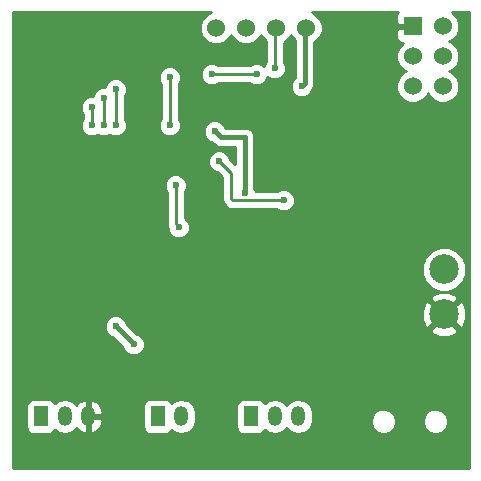
<source format=gbl>
G04 #@! TF.FileFunction,Copper,L2,Bot,Signal*
%FSLAX46Y46*%
G04 Gerber Fmt 4.6, Leading zero omitted, Abs format (unit mm)*
G04 Created by KiCad (PCBNEW 0.201503230816+5530~22~ubuntu14.04.1-product) date Mi 02 Sep 2015 16:53:48 CEST*
%MOMM*%
G01*
G04 APERTURE LIST*
%ADD10C,0.150000*%
%ADD11R,1.524000X1.524000*%
%ADD12C,1.524000*%
%ADD13R,1.198880X1.699260*%
%ADD14O,1.198880X1.699260*%
%ADD15C,2.499360*%
%ADD16C,0.600000*%
%ADD17C,0.400000*%
%ADD18C,0.250000*%
%ADD19C,0.254000*%
G04 APERTURE END LIST*
D10*
D11*
X34544000Y38100000D03*
D12*
X37084000Y38100000D03*
X34544000Y35560000D03*
X37084000Y35560000D03*
X34544000Y33020000D03*
X37084000Y33020000D03*
D13*
X3081020Y5080000D03*
D14*
X5080000Y5080000D03*
X7078980Y5080000D03*
D13*
X20861020Y5080000D03*
D14*
X22860000Y5080000D03*
X24858980Y5080000D03*
D13*
X12969240Y5080000D03*
D14*
X14970760Y5080000D03*
D15*
X37211000Y17526000D03*
X37211000Y13716000D03*
D12*
X25527000Y37973000D03*
X22987000Y37973000D03*
X20447000Y37973000D03*
X17907000Y37973000D03*
D16*
X14986000Y25908000D03*
X5842000Y16002000D03*
X12192000Y18034000D03*
X29718000Y9144000D03*
X17018000Y20066000D03*
X36322000Y26797000D03*
X30988000Y12573000D03*
X25019000Y19558000D03*
X3683000Y13970000D03*
X22225000Y10922000D03*
X10922000Y11176000D03*
X9398000Y12700000D03*
X25146000Y33020000D03*
X20320000Y24003000D03*
X17780000Y29210000D03*
X22860000Y34544000D03*
X21336000Y34036000D03*
X9398000Y32766000D03*
X17526000Y34036000D03*
X9398000Y29718000D03*
X8382000Y32004000D03*
X8382000Y29718000D03*
X7366000Y29718000D03*
X7366000Y31242000D03*
X18161000Y26670000D03*
X23622000Y23368000D03*
X14732000Y21082000D03*
X14478000Y24638000D03*
X13970000Y33782000D03*
X13970000Y29718000D03*
D17*
X10922000Y11176000D02*
X9398000Y12700000D01*
X25146000Y33020000D02*
X25400000Y33274000D01*
X25400000Y33274000D02*
X25400000Y38100000D01*
X20320000Y28702000D02*
X20320000Y24003000D01*
X18288000Y28702000D02*
X20320000Y28702000D01*
X17780000Y29210000D02*
X18288000Y28702000D01*
D18*
X22860000Y34544000D02*
X22860000Y38100000D01*
X17526000Y34036000D02*
X21336000Y34036000D01*
X9398000Y32512000D02*
X9398000Y29718000D01*
X8382000Y29718000D02*
X8382000Y32004000D01*
X7366000Y31242000D02*
X7366000Y29718000D01*
X18161000Y26670000D02*
X19177000Y25654000D01*
X19177000Y25654000D02*
X19177000Y23495000D01*
X19177000Y23495000D02*
X19304000Y23368000D01*
X19304000Y23368000D02*
X23622000Y23368000D01*
X24858980Y5080000D02*
X24858980Y5621020D01*
X14732000Y21082000D02*
X14478000Y21336000D01*
X14478000Y21336000D02*
X14478000Y24638000D01*
X13970000Y33528000D02*
X13970000Y33782000D01*
X13970000Y29718000D02*
X13970000Y33528000D01*
D19*
G36*
X39290000Y710000D02*
X39105071Y710000D01*
X39105071Y13391883D01*
X39096006Y13729183D01*
X39096006Y17899241D01*
X38809686Y18592191D01*
X38279979Y19122822D01*
X37587531Y19410352D01*
X36837759Y19411006D01*
X36144809Y19124686D01*
X35614178Y18594979D01*
X35326648Y17902531D01*
X35325994Y17152759D01*
X35612314Y16459809D01*
X36142021Y15929178D01*
X36834469Y15641648D01*
X37584241Y15640994D01*
X38277191Y15927314D01*
X38807822Y16457021D01*
X39095352Y17149469D01*
X39096006Y17899241D01*
X39096006Y13729183D01*
X39084928Y14141384D01*
X38836859Y14740275D01*
X38544089Y14869483D01*
X38364483Y14689878D01*
X38364483Y15049089D01*
X38235275Y15341859D01*
X37535117Y15610071D01*
X36785616Y15589928D01*
X36186725Y15341859D01*
X36057517Y15049089D01*
X37211000Y13895605D01*
X38364483Y15049089D01*
X38364483Y14689878D01*
X37390605Y13716000D01*
X38544089Y12562517D01*
X38836859Y12691725D01*
X39105071Y13391883D01*
X39105071Y710000D01*
X38364483Y710000D01*
X38364483Y12382911D01*
X37211000Y13536395D01*
X37031395Y13356790D01*
X37031395Y13716000D01*
X35877911Y14869483D01*
X35585141Y14740275D01*
X35316929Y14040117D01*
X35337072Y13290616D01*
X35585141Y12691725D01*
X35877911Y12562517D01*
X37031395Y13716000D01*
X37031395Y13356790D01*
X36057517Y12382911D01*
X36186725Y12090141D01*
X36886883Y11821929D01*
X37636384Y11842072D01*
X38235275Y12090141D01*
X38364483Y12382911D01*
X38364483Y710000D01*
X37574408Y710000D01*
X37574408Y4875690D01*
X37409638Y5274463D01*
X37104807Y5579826D01*
X36706323Y5745291D01*
X36274850Y5745668D01*
X35876077Y5580898D01*
X35570714Y5276067D01*
X35405249Y4877583D01*
X35404872Y4446110D01*
X35569642Y4047337D01*
X35874473Y3741974D01*
X36272957Y3576509D01*
X36704430Y3576132D01*
X37103203Y3740902D01*
X37408566Y4045733D01*
X37574031Y4444217D01*
X37574408Y4875690D01*
X37574408Y710000D01*
X33175128Y710000D01*
X33175128Y4875690D01*
X33010358Y5274463D01*
X32705527Y5579826D01*
X32307043Y5745291D01*
X31875570Y5745668D01*
X31476797Y5580898D01*
X31171434Y5276067D01*
X31005969Y4877583D01*
X31005592Y4446110D01*
X31170362Y4047337D01*
X31475193Y3741974D01*
X31873677Y3576509D01*
X32305150Y3576132D01*
X32703923Y3740902D01*
X33009286Y4045733D01*
X33174751Y4444217D01*
X33175128Y4875690D01*
X33175128Y710000D01*
X26093420Y710000D01*
X26093420Y4800724D01*
X26093420Y5359276D01*
X25999454Y5831676D01*
X25731861Y6232157D01*
X25331380Y6499750D01*
X24858980Y6593716D01*
X24557162Y6533681D01*
X24557162Y23553167D01*
X24415117Y23896943D01*
X24152327Y24160192D01*
X23808799Y24302838D01*
X23436833Y24303162D01*
X23093057Y24161117D01*
X23059882Y24128000D01*
X21255109Y24128000D01*
X21255162Y24188167D01*
X21155000Y24430579D01*
X21155000Y28702000D01*
X21091439Y29021541D01*
X20910434Y29292434D01*
X20639541Y29473439D01*
X20320000Y29537000D01*
X18656557Y29537000D01*
X18573117Y29738943D01*
X18310327Y30002192D01*
X17966799Y30144838D01*
X17594833Y30145162D01*
X17251057Y30003117D01*
X16987808Y29740327D01*
X16845162Y29396799D01*
X16844838Y29024833D01*
X16986883Y28681057D01*
X17249673Y28417808D01*
X17491909Y28317223D01*
X17697565Y28111566D01*
X17697566Y28111566D01*
X17833012Y28021064D01*
X17968459Y27930561D01*
X17968460Y27930561D01*
X18288000Y27867000D01*
X19485000Y27867000D01*
X19485000Y26420802D01*
X19096122Y26809680D01*
X19096162Y26855167D01*
X18954117Y27198943D01*
X18691327Y27462192D01*
X18347799Y27604838D01*
X17975833Y27605162D01*
X17632057Y27463117D01*
X17368808Y27200327D01*
X17226162Y26856799D01*
X17225838Y26484833D01*
X17367883Y26141057D01*
X17630673Y25877808D01*
X17974201Y25735162D01*
X18021076Y25735122D01*
X18417000Y25339198D01*
X18417000Y23495000D01*
X18474852Y23204161D01*
X18639599Y22957599D01*
X18766599Y22830599D01*
X19013161Y22665852D01*
X19304000Y22608000D01*
X23059537Y22608000D01*
X23091673Y22575808D01*
X23435201Y22433162D01*
X23807167Y22432838D01*
X24150943Y22574883D01*
X24414192Y22837673D01*
X24556838Y23181201D01*
X24557162Y23553167D01*
X24557162Y6533681D01*
X24386580Y6499750D01*
X23986099Y6232157D01*
X23859490Y6042674D01*
X23732881Y6232157D01*
X23332400Y6499750D01*
X22860000Y6593716D01*
X22387600Y6499750D01*
X22010834Y6248004D01*
X21921133Y6384557D01*
X21710100Y6527007D01*
X21460460Y6577070D01*
X20261580Y6577070D01*
X20019457Y6530093D01*
X19806653Y6390303D01*
X19664203Y6179270D01*
X19614140Y5929630D01*
X19614140Y4230370D01*
X19661117Y3988247D01*
X19800907Y3775443D01*
X20011940Y3632993D01*
X20261580Y3582930D01*
X21460460Y3582930D01*
X21702583Y3629907D01*
X21915387Y3769697D01*
X22011252Y3911718D01*
X22387600Y3660250D01*
X22860000Y3566284D01*
X23332400Y3660250D01*
X23732881Y3927843D01*
X23859490Y4117327D01*
X23986099Y3927843D01*
X24386580Y3660250D01*
X24858980Y3566284D01*
X25331380Y3660250D01*
X25731861Y3927843D01*
X25999454Y4328324D01*
X26093420Y4800724D01*
X26093420Y710000D01*
X16205200Y710000D01*
X16205200Y4800724D01*
X16205200Y5359276D01*
X16111234Y5831676D01*
X15843641Y6232157D01*
X15667162Y6350077D01*
X15667162Y21267167D01*
X15525117Y21610943D01*
X15262327Y21874192D01*
X15238000Y21884294D01*
X15238000Y24075538D01*
X15270192Y24107673D01*
X15412838Y24451201D01*
X15413162Y24823167D01*
X15271117Y25166943D01*
X15008327Y25430192D01*
X14905162Y25473031D01*
X14905162Y29903167D01*
X14763117Y30246943D01*
X14730000Y30280118D01*
X14730000Y33219538D01*
X14762192Y33251673D01*
X14904838Y33595201D01*
X14905162Y33967167D01*
X14763117Y34310943D01*
X14500327Y34574192D01*
X14156799Y34716838D01*
X13784833Y34717162D01*
X13441057Y34575117D01*
X13177808Y34312327D01*
X13035162Y33968799D01*
X13034838Y33596833D01*
X13176883Y33253057D01*
X13210000Y33219883D01*
X13210000Y30280463D01*
X13177808Y30248327D01*
X13035162Y29904799D01*
X13034838Y29532833D01*
X13176883Y29189057D01*
X13439673Y28925808D01*
X13783201Y28783162D01*
X14155167Y28782838D01*
X14498943Y28924883D01*
X14762192Y29187673D01*
X14904838Y29531201D01*
X14905162Y29903167D01*
X14905162Y25473031D01*
X14664799Y25572838D01*
X14292833Y25573162D01*
X13949057Y25431117D01*
X13685808Y25168327D01*
X13543162Y24824799D01*
X13542838Y24452833D01*
X13684883Y24109057D01*
X13718000Y24075883D01*
X13718000Y21336000D01*
X13775852Y21045161D01*
X13796939Y21013601D01*
X13796838Y20896833D01*
X13938883Y20553057D01*
X14201673Y20289808D01*
X14545201Y20147162D01*
X14917167Y20146838D01*
X15260943Y20288883D01*
X15524192Y20551673D01*
X15666838Y20895201D01*
X15667162Y21267167D01*
X15667162Y6350077D01*
X15443160Y6499750D01*
X14970760Y6593716D01*
X14498360Y6499750D01*
X14119829Y6246824D01*
X14029353Y6384557D01*
X13818320Y6527007D01*
X13568680Y6577070D01*
X12369800Y6577070D01*
X12127677Y6530093D01*
X11914873Y6390303D01*
X11857162Y6304807D01*
X11857162Y11361167D01*
X11715117Y11704943D01*
X11452327Y11968192D01*
X11210089Y12068779D01*
X10333162Y12945706D01*
X10333162Y29903167D01*
X10191117Y30246943D01*
X10158000Y30280118D01*
X10158000Y32203538D01*
X10190192Y32235673D01*
X10332838Y32579201D01*
X10333162Y32951167D01*
X10191117Y33294943D01*
X9928327Y33558192D01*
X9584799Y33700838D01*
X9212833Y33701162D01*
X8869057Y33559117D01*
X8605808Y33296327D01*
X8463162Y32952799D01*
X8463149Y32938931D01*
X8196833Y32939162D01*
X7853057Y32797117D01*
X7589808Y32534327D01*
X7447162Y32190799D01*
X7447149Y32176931D01*
X7180833Y32177162D01*
X6837057Y32035117D01*
X6573808Y31772327D01*
X6431162Y31428799D01*
X6430838Y31056833D01*
X6572883Y30713057D01*
X6606000Y30679883D01*
X6606000Y30280463D01*
X6573808Y30248327D01*
X6431162Y29904799D01*
X6430838Y29532833D01*
X6572883Y29189057D01*
X6835673Y28925808D01*
X7179201Y28783162D01*
X7551167Y28782838D01*
X7874371Y28916383D01*
X8195201Y28783162D01*
X8567167Y28782838D01*
X8890371Y28916383D01*
X9211201Y28783162D01*
X9583167Y28782838D01*
X9926943Y28924883D01*
X10190192Y29187673D01*
X10332838Y29531201D01*
X10333162Y29903167D01*
X10333162Y12945706D01*
X10290534Y12988334D01*
X10191117Y13228943D01*
X9928327Y13492192D01*
X9584799Y13634838D01*
X9212833Y13635162D01*
X8869057Y13493117D01*
X8605808Y13230327D01*
X8463162Y12886799D01*
X8462838Y12514833D01*
X8604883Y12171057D01*
X8867673Y11907808D01*
X9109910Y11807222D01*
X10029465Y10887667D01*
X10128883Y10647057D01*
X10391673Y10383808D01*
X10735201Y10241162D01*
X11107167Y10240838D01*
X11450943Y10382883D01*
X11714192Y10645673D01*
X11856838Y10989201D01*
X11857162Y11361167D01*
X11857162Y6304807D01*
X11772423Y6179270D01*
X11722360Y5929630D01*
X11722360Y4230370D01*
X11769337Y3988247D01*
X11909127Y3775443D01*
X12120160Y3632993D01*
X12369800Y3582930D01*
X13568680Y3582930D01*
X13810803Y3629907D01*
X14023607Y3769697D01*
X14120262Y3912888D01*
X14498360Y3660250D01*
X14970760Y3566284D01*
X15443160Y3660250D01*
X15843641Y3927843D01*
X16111234Y4328324D01*
X16205200Y4800724D01*
X16205200Y710000D01*
X8323725Y710000D01*
X8323725Y4757387D01*
X8323725Y5402613D01*
X8201259Y5873443D01*
X7907937Y6261568D01*
X7488413Y6507899D01*
X7396501Y6523095D01*
X7205980Y6398357D01*
X7205980Y5207000D01*
X8160980Y5207000D01*
X8323725Y5402613D01*
X8323725Y4757387D01*
X8160980Y4953000D01*
X7205980Y4953000D01*
X7205980Y3761643D01*
X7396501Y3636905D01*
X7488413Y3652101D01*
X7907937Y3898432D01*
X8201259Y4286557D01*
X8323725Y4757387D01*
X8323725Y710000D01*
X6951980Y710000D01*
X6951980Y3761643D01*
X6951980Y4953000D01*
X6931980Y4953000D01*
X6931980Y5207000D01*
X6951980Y5207000D01*
X6951980Y6398357D01*
X6761459Y6523095D01*
X6669547Y6507899D01*
X6250023Y6261568D01*
X6081885Y6039088D01*
X5952881Y6232157D01*
X5552400Y6499750D01*
X5080000Y6593716D01*
X4607600Y6499750D01*
X4230834Y6248004D01*
X4141133Y6384557D01*
X3930100Y6527007D01*
X3680460Y6577070D01*
X2481580Y6577070D01*
X2239457Y6530093D01*
X2026653Y6390303D01*
X1884203Y6179270D01*
X1834140Y5929630D01*
X1834140Y4230370D01*
X1881117Y3988247D01*
X2020907Y3775443D01*
X2231940Y3632993D01*
X2481580Y3582930D01*
X3680460Y3582930D01*
X3922583Y3629907D01*
X4135387Y3769697D01*
X4231252Y3911718D01*
X4607600Y3660250D01*
X5080000Y3566284D01*
X5552400Y3660250D01*
X5952881Y3927843D01*
X6081885Y4120913D01*
X6250023Y3898432D01*
X6669547Y3652101D01*
X6761459Y3636905D01*
X6951980Y3761643D01*
X6951980Y710000D01*
X710000Y710000D01*
X710000Y39290000D01*
X17436138Y39290000D01*
X17116697Y39158010D01*
X16723371Y38765370D01*
X16510243Y38252100D01*
X16509758Y37696339D01*
X16721990Y37182697D01*
X17114630Y36789371D01*
X17627900Y36576243D01*
X18183661Y36575758D01*
X18697303Y36787990D01*
X19090629Y37180630D01*
X19176949Y37388513D01*
X19261990Y37182697D01*
X19654630Y36789371D01*
X20167900Y36576243D01*
X20723661Y36575758D01*
X21237303Y36787990D01*
X21630629Y37180630D01*
X21716949Y37388513D01*
X21801990Y37182697D01*
X22100000Y36884167D01*
X22100000Y35106463D01*
X22067808Y35074327D01*
X21936439Y34757958D01*
X21866327Y34828192D01*
X21522799Y34970838D01*
X21150833Y34971162D01*
X20807057Y34829117D01*
X20773882Y34796000D01*
X18088462Y34796000D01*
X18056327Y34828192D01*
X17712799Y34970838D01*
X17340833Y34971162D01*
X16997057Y34829117D01*
X16733808Y34566327D01*
X16591162Y34222799D01*
X16590838Y33850833D01*
X16732883Y33507057D01*
X16995673Y33243808D01*
X17339201Y33101162D01*
X17711167Y33100838D01*
X18054943Y33242883D01*
X18088117Y33276000D01*
X20773537Y33276000D01*
X20805673Y33243808D01*
X21149201Y33101162D01*
X21521167Y33100838D01*
X21864943Y33242883D01*
X22128192Y33505673D01*
X22259560Y33822043D01*
X22329673Y33751808D01*
X22673201Y33609162D01*
X23045167Y33608838D01*
X23388943Y33750883D01*
X23652192Y34013673D01*
X23794838Y34357201D01*
X23795162Y34729167D01*
X23653117Y35072943D01*
X23620000Y35106118D01*
X23620000Y36722994D01*
X23777303Y36787990D01*
X24170629Y37180630D01*
X24256949Y37388513D01*
X24341990Y37182697D01*
X24565000Y36959298D01*
X24565000Y33761151D01*
X24353808Y33550327D01*
X24211162Y33206799D01*
X24210838Y32834833D01*
X24352883Y32491057D01*
X24615673Y32227808D01*
X24959201Y32085162D01*
X25331167Y32084838D01*
X25674943Y32226883D01*
X25938192Y32489673D01*
X26065112Y32795331D01*
X26065113Y32795332D01*
X26171439Y32954459D01*
X26171439Y32954460D01*
X26235000Y33274000D01*
X26235000Y36753984D01*
X26317303Y36787990D01*
X26710629Y37180630D01*
X26923757Y37693900D01*
X26924242Y38249661D01*
X26712010Y38763303D01*
X26319370Y39156629D01*
X25998176Y39290000D01*
X33311974Y39290000D01*
X33243673Y39221698D01*
X33147000Y38988309D01*
X33147000Y38385750D01*
X33305750Y38227000D01*
X34417000Y38227000D01*
X34417000Y38247000D01*
X34671000Y38247000D01*
X34671000Y38227000D01*
X34691000Y38227000D01*
X34691000Y37973000D01*
X34671000Y37973000D01*
X34671000Y37953000D01*
X34417000Y37953000D01*
X34417000Y37973000D01*
X33305750Y37973000D01*
X33147000Y37814250D01*
X33147000Y37211691D01*
X33243673Y36978302D01*
X33422301Y36799673D01*
X33655690Y36703000D01*
X33711613Y36703000D01*
X33360371Y36352370D01*
X33147243Y35839100D01*
X33146758Y35283339D01*
X33358990Y34769697D01*
X33751630Y34376371D01*
X33959512Y34290051D01*
X33753697Y34205010D01*
X33360371Y33812370D01*
X33147243Y33299100D01*
X33146758Y32743339D01*
X33358990Y32229697D01*
X33751630Y31836371D01*
X34264900Y31623243D01*
X34820661Y31622758D01*
X35334303Y31834990D01*
X35727629Y32227630D01*
X35813949Y32435513D01*
X35898990Y32229697D01*
X36291630Y31836371D01*
X36804900Y31623243D01*
X37360661Y31622758D01*
X37874303Y31834990D01*
X38267629Y32227630D01*
X38480757Y32740900D01*
X38481242Y33296661D01*
X38269010Y33810303D01*
X37876370Y34203629D01*
X37668487Y34289950D01*
X37874303Y34374990D01*
X38267629Y34767630D01*
X38480757Y35280900D01*
X38481242Y35836661D01*
X38269010Y36350303D01*
X37876370Y36743629D01*
X37668487Y36829950D01*
X37874303Y36914990D01*
X38267629Y37307630D01*
X38480757Y37820900D01*
X38481242Y38376661D01*
X38269010Y38890303D01*
X37876370Y39283629D01*
X37861026Y39290000D01*
X39290000Y39290000D01*
X39290000Y710000D01*
X39290000Y710000D01*
G37*
X39290000Y710000D02*
X39105071Y710000D01*
X39105071Y13391883D01*
X39096006Y13729183D01*
X39096006Y17899241D01*
X38809686Y18592191D01*
X38279979Y19122822D01*
X37587531Y19410352D01*
X36837759Y19411006D01*
X36144809Y19124686D01*
X35614178Y18594979D01*
X35326648Y17902531D01*
X35325994Y17152759D01*
X35612314Y16459809D01*
X36142021Y15929178D01*
X36834469Y15641648D01*
X37584241Y15640994D01*
X38277191Y15927314D01*
X38807822Y16457021D01*
X39095352Y17149469D01*
X39096006Y17899241D01*
X39096006Y13729183D01*
X39084928Y14141384D01*
X38836859Y14740275D01*
X38544089Y14869483D01*
X38364483Y14689878D01*
X38364483Y15049089D01*
X38235275Y15341859D01*
X37535117Y15610071D01*
X36785616Y15589928D01*
X36186725Y15341859D01*
X36057517Y15049089D01*
X37211000Y13895605D01*
X38364483Y15049089D01*
X38364483Y14689878D01*
X37390605Y13716000D01*
X38544089Y12562517D01*
X38836859Y12691725D01*
X39105071Y13391883D01*
X39105071Y710000D01*
X38364483Y710000D01*
X38364483Y12382911D01*
X37211000Y13536395D01*
X37031395Y13356790D01*
X37031395Y13716000D01*
X35877911Y14869483D01*
X35585141Y14740275D01*
X35316929Y14040117D01*
X35337072Y13290616D01*
X35585141Y12691725D01*
X35877911Y12562517D01*
X37031395Y13716000D01*
X37031395Y13356790D01*
X36057517Y12382911D01*
X36186725Y12090141D01*
X36886883Y11821929D01*
X37636384Y11842072D01*
X38235275Y12090141D01*
X38364483Y12382911D01*
X38364483Y710000D01*
X37574408Y710000D01*
X37574408Y4875690D01*
X37409638Y5274463D01*
X37104807Y5579826D01*
X36706323Y5745291D01*
X36274850Y5745668D01*
X35876077Y5580898D01*
X35570714Y5276067D01*
X35405249Y4877583D01*
X35404872Y4446110D01*
X35569642Y4047337D01*
X35874473Y3741974D01*
X36272957Y3576509D01*
X36704430Y3576132D01*
X37103203Y3740902D01*
X37408566Y4045733D01*
X37574031Y4444217D01*
X37574408Y4875690D01*
X37574408Y710000D01*
X33175128Y710000D01*
X33175128Y4875690D01*
X33010358Y5274463D01*
X32705527Y5579826D01*
X32307043Y5745291D01*
X31875570Y5745668D01*
X31476797Y5580898D01*
X31171434Y5276067D01*
X31005969Y4877583D01*
X31005592Y4446110D01*
X31170362Y4047337D01*
X31475193Y3741974D01*
X31873677Y3576509D01*
X32305150Y3576132D01*
X32703923Y3740902D01*
X33009286Y4045733D01*
X33174751Y4444217D01*
X33175128Y4875690D01*
X33175128Y710000D01*
X26093420Y710000D01*
X26093420Y4800724D01*
X26093420Y5359276D01*
X25999454Y5831676D01*
X25731861Y6232157D01*
X25331380Y6499750D01*
X24858980Y6593716D01*
X24557162Y6533681D01*
X24557162Y23553167D01*
X24415117Y23896943D01*
X24152327Y24160192D01*
X23808799Y24302838D01*
X23436833Y24303162D01*
X23093057Y24161117D01*
X23059882Y24128000D01*
X21255109Y24128000D01*
X21255162Y24188167D01*
X21155000Y24430579D01*
X21155000Y28702000D01*
X21091439Y29021541D01*
X20910434Y29292434D01*
X20639541Y29473439D01*
X20320000Y29537000D01*
X18656557Y29537000D01*
X18573117Y29738943D01*
X18310327Y30002192D01*
X17966799Y30144838D01*
X17594833Y30145162D01*
X17251057Y30003117D01*
X16987808Y29740327D01*
X16845162Y29396799D01*
X16844838Y29024833D01*
X16986883Y28681057D01*
X17249673Y28417808D01*
X17491909Y28317223D01*
X17697565Y28111566D01*
X17697566Y28111566D01*
X17833012Y28021064D01*
X17968459Y27930561D01*
X17968460Y27930561D01*
X18288000Y27867000D01*
X19485000Y27867000D01*
X19485000Y26420802D01*
X19096122Y26809680D01*
X19096162Y26855167D01*
X18954117Y27198943D01*
X18691327Y27462192D01*
X18347799Y27604838D01*
X17975833Y27605162D01*
X17632057Y27463117D01*
X17368808Y27200327D01*
X17226162Y26856799D01*
X17225838Y26484833D01*
X17367883Y26141057D01*
X17630673Y25877808D01*
X17974201Y25735162D01*
X18021076Y25735122D01*
X18417000Y25339198D01*
X18417000Y23495000D01*
X18474852Y23204161D01*
X18639599Y22957599D01*
X18766599Y22830599D01*
X19013161Y22665852D01*
X19304000Y22608000D01*
X23059537Y22608000D01*
X23091673Y22575808D01*
X23435201Y22433162D01*
X23807167Y22432838D01*
X24150943Y22574883D01*
X24414192Y22837673D01*
X24556838Y23181201D01*
X24557162Y23553167D01*
X24557162Y6533681D01*
X24386580Y6499750D01*
X23986099Y6232157D01*
X23859490Y6042674D01*
X23732881Y6232157D01*
X23332400Y6499750D01*
X22860000Y6593716D01*
X22387600Y6499750D01*
X22010834Y6248004D01*
X21921133Y6384557D01*
X21710100Y6527007D01*
X21460460Y6577070D01*
X20261580Y6577070D01*
X20019457Y6530093D01*
X19806653Y6390303D01*
X19664203Y6179270D01*
X19614140Y5929630D01*
X19614140Y4230370D01*
X19661117Y3988247D01*
X19800907Y3775443D01*
X20011940Y3632993D01*
X20261580Y3582930D01*
X21460460Y3582930D01*
X21702583Y3629907D01*
X21915387Y3769697D01*
X22011252Y3911718D01*
X22387600Y3660250D01*
X22860000Y3566284D01*
X23332400Y3660250D01*
X23732881Y3927843D01*
X23859490Y4117327D01*
X23986099Y3927843D01*
X24386580Y3660250D01*
X24858980Y3566284D01*
X25331380Y3660250D01*
X25731861Y3927843D01*
X25999454Y4328324D01*
X26093420Y4800724D01*
X26093420Y710000D01*
X16205200Y710000D01*
X16205200Y4800724D01*
X16205200Y5359276D01*
X16111234Y5831676D01*
X15843641Y6232157D01*
X15667162Y6350077D01*
X15667162Y21267167D01*
X15525117Y21610943D01*
X15262327Y21874192D01*
X15238000Y21884294D01*
X15238000Y24075538D01*
X15270192Y24107673D01*
X15412838Y24451201D01*
X15413162Y24823167D01*
X15271117Y25166943D01*
X15008327Y25430192D01*
X14905162Y25473031D01*
X14905162Y29903167D01*
X14763117Y30246943D01*
X14730000Y30280118D01*
X14730000Y33219538D01*
X14762192Y33251673D01*
X14904838Y33595201D01*
X14905162Y33967167D01*
X14763117Y34310943D01*
X14500327Y34574192D01*
X14156799Y34716838D01*
X13784833Y34717162D01*
X13441057Y34575117D01*
X13177808Y34312327D01*
X13035162Y33968799D01*
X13034838Y33596833D01*
X13176883Y33253057D01*
X13210000Y33219883D01*
X13210000Y30280463D01*
X13177808Y30248327D01*
X13035162Y29904799D01*
X13034838Y29532833D01*
X13176883Y29189057D01*
X13439673Y28925808D01*
X13783201Y28783162D01*
X14155167Y28782838D01*
X14498943Y28924883D01*
X14762192Y29187673D01*
X14904838Y29531201D01*
X14905162Y29903167D01*
X14905162Y25473031D01*
X14664799Y25572838D01*
X14292833Y25573162D01*
X13949057Y25431117D01*
X13685808Y25168327D01*
X13543162Y24824799D01*
X13542838Y24452833D01*
X13684883Y24109057D01*
X13718000Y24075883D01*
X13718000Y21336000D01*
X13775852Y21045161D01*
X13796939Y21013601D01*
X13796838Y20896833D01*
X13938883Y20553057D01*
X14201673Y20289808D01*
X14545201Y20147162D01*
X14917167Y20146838D01*
X15260943Y20288883D01*
X15524192Y20551673D01*
X15666838Y20895201D01*
X15667162Y21267167D01*
X15667162Y6350077D01*
X15443160Y6499750D01*
X14970760Y6593716D01*
X14498360Y6499750D01*
X14119829Y6246824D01*
X14029353Y6384557D01*
X13818320Y6527007D01*
X13568680Y6577070D01*
X12369800Y6577070D01*
X12127677Y6530093D01*
X11914873Y6390303D01*
X11857162Y6304807D01*
X11857162Y11361167D01*
X11715117Y11704943D01*
X11452327Y11968192D01*
X11210089Y12068779D01*
X10333162Y12945706D01*
X10333162Y29903167D01*
X10191117Y30246943D01*
X10158000Y30280118D01*
X10158000Y32203538D01*
X10190192Y32235673D01*
X10332838Y32579201D01*
X10333162Y32951167D01*
X10191117Y33294943D01*
X9928327Y33558192D01*
X9584799Y33700838D01*
X9212833Y33701162D01*
X8869057Y33559117D01*
X8605808Y33296327D01*
X8463162Y32952799D01*
X8463149Y32938931D01*
X8196833Y32939162D01*
X7853057Y32797117D01*
X7589808Y32534327D01*
X7447162Y32190799D01*
X7447149Y32176931D01*
X7180833Y32177162D01*
X6837057Y32035117D01*
X6573808Y31772327D01*
X6431162Y31428799D01*
X6430838Y31056833D01*
X6572883Y30713057D01*
X6606000Y30679883D01*
X6606000Y30280463D01*
X6573808Y30248327D01*
X6431162Y29904799D01*
X6430838Y29532833D01*
X6572883Y29189057D01*
X6835673Y28925808D01*
X7179201Y28783162D01*
X7551167Y28782838D01*
X7874371Y28916383D01*
X8195201Y28783162D01*
X8567167Y28782838D01*
X8890371Y28916383D01*
X9211201Y28783162D01*
X9583167Y28782838D01*
X9926943Y28924883D01*
X10190192Y29187673D01*
X10332838Y29531201D01*
X10333162Y29903167D01*
X10333162Y12945706D01*
X10290534Y12988334D01*
X10191117Y13228943D01*
X9928327Y13492192D01*
X9584799Y13634838D01*
X9212833Y13635162D01*
X8869057Y13493117D01*
X8605808Y13230327D01*
X8463162Y12886799D01*
X8462838Y12514833D01*
X8604883Y12171057D01*
X8867673Y11907808D01*
X9109910Y11807222D01*
X10029465Y10887667D01*
X10128883Y10647057D01*
X10391673Y10383808D01*
X10735201Y10241162D01*
X11107167Y10240838D01*
X11450943Y10382883D01*
X11714192Y10645673D01*
X11856838Y10989201D01*
X11857162Y11361167D01*
X11857162Y6304807D01*
X11772423Y6179270D01*
X11722360Y5929630D01*
X11722360Y4230370D01*
X11769337Y3988247D01*
X11909127Y3775443D01*
X12120160Y3632993D01*
X12369800Y3582930D01*
X13568680Y3582930D01*
X13810803Y3629907D01*
X14023607Y3769697D01*
X14120262Y3912888D01*
X14498360Y3660250D01*
X14970760Y3566284D01*
X15443160Y3660250D01*
X15843641Y3927843D01*
X16111234Y4328324D01*
X16205200Y4800724D01*
X16205200Y710000D01*
X8323725Y710000D01*
X8323725Y4757387D01*
X8323725Y5402613D01*
X8201259Y5873443D01*
X7907937Y6261568D01*
X7488413Y6507899D01*
X7396501Y6523095D01*
X7205980Y6398357D01*
X7205980Y5207000D01*
X8160980Y5207000D01*
X8323725Y5402613D01*
X8323725Y4757387D01*
X8160980Y4953000D01*
X7205980Y4953000D01*
X7205980Y3761643D01*
X7396501Y3636905D01*
X7488413Y3652101D01*
X7907937Y3898432D01*
X8201259Y4286557D01*
X8323725Y4757387D01*
X8323725Y710000D01*
X6951980Y710000D01*
X6951980Y3761643D01*
X6951980Y4953000D01*
X6931980Y4953000D01*
X6931980Y5207000D01*
X6951980Y5207000D01*
X6951980Y6398357D01*
X6761459Y6523095D01*
X6669547Y6507899D01*
X6250023Y6261568D01*
X6081885Y6039088D01*
X5952881Y6232157D01*
X5552400Y6499750D01*
X5080000Y6593716D01*
X4607600Y6499750D01*
X4230834Y6248004D01*
X4141133Y6384557D01*
X3930100Y6527007D01*
X3680460Y6577070D01*
X2481580Y6577070D01*
X2239457Y6530093D01*
X2026653Y6390303D01*
X1884203Y6179270D01*
X1834140Y5929630D01*
X1834140Y4230370D01*
X1881117Y3988247D01*
X2020907Y3775443D01*
X2231940Y3632993D01*
X2481580Y3582930D01*
X3680460Y3582930D01*
X3922583Y3629907D01*
X4135387Y3769697D01*
X4231252Y3911718D01*
X4607600Y3660250D01*
X5080000Y3566284D01*
X5552400Y3660250D01*
X5952881Y3927843D01*
X6081885Y4120913D01*
X6250023Y3898432D01*
X6669547Y3652101D01*
X6761459Y3636905D01*
X6951980Y3761643D01*
X6951980Y710000D01*
X710000Y710000D01*
X710000Y39290000D01*
X17436138Y39290000D01*
X17116697Y39158010D01*
X16723371Y38765370D01*
X16510243Y38252100D01*
X16509758Y37696339D01*
X16721990Y37182697D01*
X17114630Y36789371D01*
X17627900Y36576243D01*
X18183661Y36575758D01*
X18697303Y36787990D01*
X19090629Y37180630D01*
X19176949Y37388513D01*
X19261990Y37182697D01*
X19654630Y36789371D01*
X20167900Y36576243D01*
X20723661Y36575758D01*
X21237303Y36787990D01*
X21630629Y37180630D01*
X21716949Y37388513D01*
X21801990Y37182697D01*
X22100000Y36884167D01*
X22100000Y35106463D01*
X22067808Y35074327D01*
X21936439Y34757958D01*
X21866327Y34828192D01*
X21522799Y34970838D01*
X21150833Y34971162D01*
X20807057Y34829117D01*
X20773882Y34796000D01*
X18088462Y34796000D01*
X18056327Y34828192D01*
X17712799Y34970838D01*
X17340833Y34971162D01*
X16997057Y34829117D01*
X16733808Y34566327D01*
X16591162Y34222799D01*
X16590838Y33850833D01*
X16732883Y33507057D01*
X16995673Y33243808D01*
X17339201Y33101162D01*
X17711167Y33100838D01*
X18054943Y33242883D01*
X18088117Y33276000D01*
X20773537Y33276000D01*
X20805673Y33243808D01*
X21149201Y33101162D01*
X21521167Y33100838D01*
X21864943Y33242883D01*
X22128192Y33505673D01*
X22259560Y33822043D01*
X22329673Y33751808D01*
X22673201Y33609162D01*
X23045167Y33608838D01*
X23388943Y33750883D01*
X23652192Y34013673D01*
X23794838Y34357201D01*
X23795162Y34729167D01*
X23653117Y35072943D01*
X23620000Y35106118D01*
X23620000Y36722994D01*
X23777303Y36787990D01*
X24170629Y37180630D01*
X24256949Y37388513D01*
X24341990Y37182697D01*
X24565000Y36959298D01*
X24565000Y33761151D01*
X24353808Y33550327D01*
X24211162Y33206799D01*
X24210838Y32834833D01*
X24352883Y32491057D01*
X24615673Y32227808D01*
X24959201Y32085162D01*
X25331167Y32084838D01*
X25674943Y32226883D01*
X25938192Y32489673D01*
X26065112Y32795331D01*
X26065113Y32795332D01*
X26171439Y32954459D01*
X26171439Y32954460D01*
X26235000Y33274000D01*
X26235000Y36753984D01*
X26317303Y36787990D01*
X26710629Y37180630D01*
X26923757Y37693900D01*
X26924242Y38249661D01*
X26712010Y38763303D01*
X26319370Y39156629D01*
X25998176Y39290000D01*
X33311974Y39290000D01*
X33243673Y39221698D01*
X33147000Y38988309D01*
X33147000Y38385750D01*
X33305750Y38227000D01*
X34417000Y38227000D01*
X34417000Y38247000D01*
X34671000Y38247000D01*
X34671000Y38227000D01*
X34691000Y38227000D01*
X34691000Y37973000D01*
X34671000Y37973000D01*
X34671000Y37953000D01*
X34417000Y37953000D01*
X34417000Y37973000D01*
X33305750Y37973000D01*
X33147000Y37814250D01*
X33147000Y37211691D01*
X33243673Y36978302D01*
X33422301Y36799673D01*
X33655690Y36703000D01*
X33711613Y36703000D01*
X33360371Y36352370D01*
X33147243Y35839100D01*
X33146758Y35283339D01*
X33358990Y34769697D01*
X33751630Y34376371D01*
X33959512Y34290051D01*
X33753697Y34205010D01*
X33360371Y33812370D01*
X33147243Y33299100D01*
X33146758Y32743339D01*
X33358990Y32229697D01*
X33751630Y31836371D01*
X34264900Y31623243D01*
X34820661Y31622758D01*
X35334303Y31834990D01*
X35727629Y32227630D01*
X35813949Y32435513D01*
X35898990Y32229697D01*
X36291630Y31836371D01*
X36804900Y31623243D01*
X37360661Y31622758D01*
X37874303Y31834990D01*
X38267629Y32227630D01*
X38480757Y32740900D01*
X38481242Y33296661D01*
X38269010Y33810303D01*
X37876370Y34203629D01*
X37668487Y34289950D01*
X37874303Y34374990D01*
X38267629Y34767630D01*
X38480757Y35280900D01*
X38481242Y35836661D01*
X38269010Y36350303D01*
X37876370Y36743629D01*
X37668487Y36829950D01*
X37874303Y36914990D01*
X38267629Y37307630D01*
X38480757Y37820900D01*
X38481242Y38376661D01*
X38269010Y38890303D01*
X37876370Y39283629D01*
X37861026Y39290000D01*
X39290000Y39290000D01*
X39290000Y710000D01*
M02*

</source>
